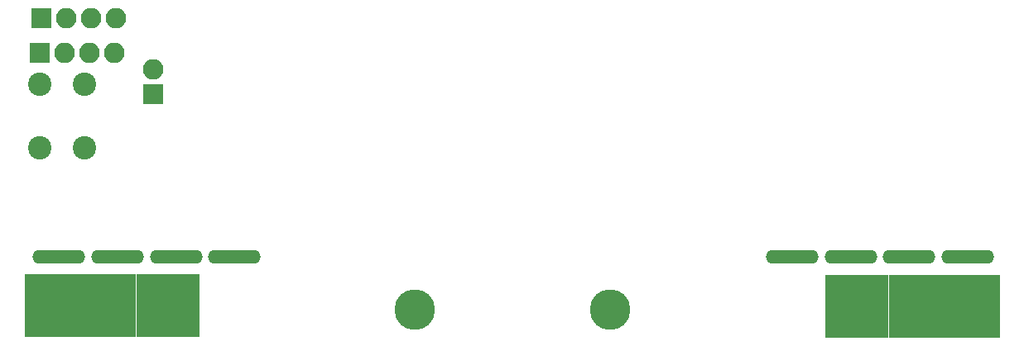
<source format=gbr>
G04 #@! TF.FileFunction,Soldermask,Bot*
%FSLAX46Y46*%
G04 Gerber Fmt 4.6, Leading zero omitted, Abs format (unit mm)*
G04 Created by KiCad (PCBNEW 4.0.7) date 05/17/20 22:24:15*
%MOMM*%
%LPD*%
G01*
G04 APERTURE LIST*
%ADD10C,0.100000*%
%ADD11R,2.100000X2.100000*%
%ADD12O,2.100000X2.100000*%
%ADD13C,2.400000*%
%ADD14R,6.400000X6.400000*%
%ADD15C,4.150000*%
%ADD16R,11.400000X6.400000*%
%ADD17O,5.400000X1.400000*%
G04 APERTURE END LIST*
D10*
D11*
X52100000Y-127100000D03*
D12*
X54640000Y-127100000D03*
X57180000Y-127100000D03*
X59720000Y-127100000D03*
D13*
X52100000Y-130300000D03*
X56600000Y-130300000D03*
X52100000Y-136800000D03*
X56600000Y-136800000D03*
D11*
X52200000Y-123500000D03*
D12*
X54740000Y-123500000D03*
X57280000Y-123500000D03*
X59820000Y-123500000D03*
D14*
X65200000Y-152975000D03*
X135600000Y-153075000D03*
D11*
X63700000Y-131300000D03*
D12*
X63700000Y-128760000D03*
D15*
X110400000Y-153400000D03*
X90400000Y-153400000D03*
D16*
X56200000Y-152975000D03*
X144600000Y-153075000D03*
D17*
X54000000Y-148000000D03*
X60000000Y-148000000D03*
X147000000Y-148000000D03*
X66000000Y-148000000D03*
X72000000Y-148000000D03*
X141000000Y-148000000D03*
X135000000Y-148000000D03*
X129000000Y-148000000D03*
M02*

</source>
